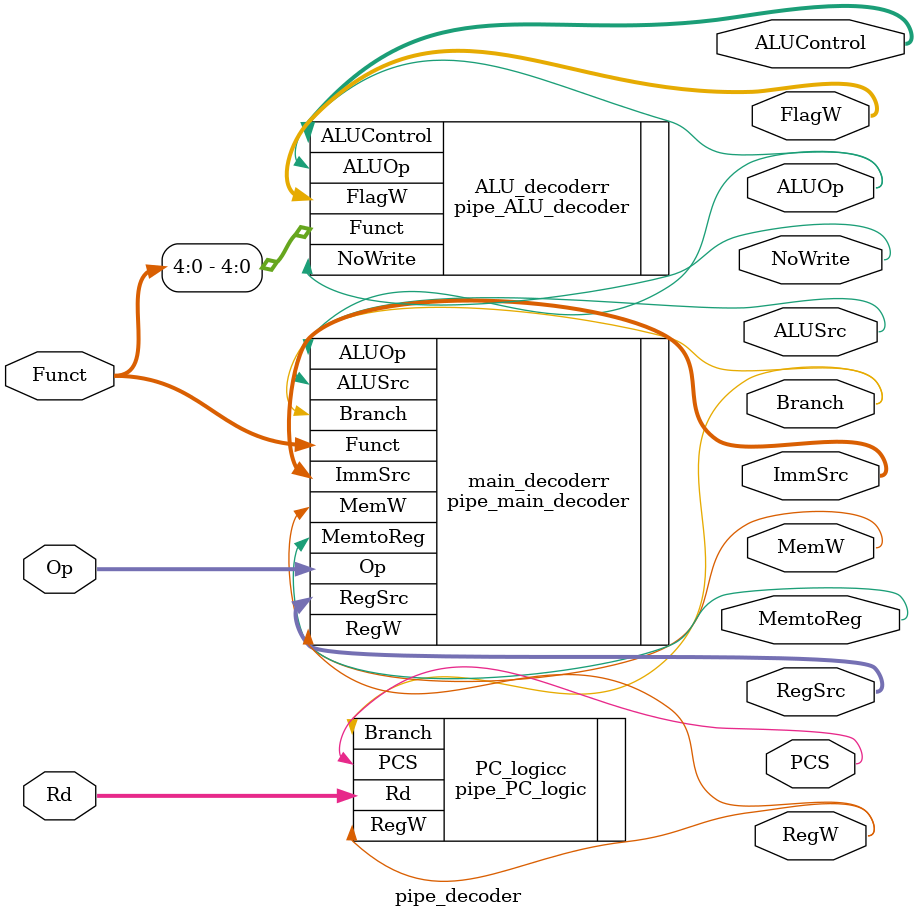
<source format=sv>
module pipe_decoder(
input logic [1:0] Op, 
input logic [5:0] Funct,
input logic [3:0] Rd,
output logic PCS, RegW,  MemW,  MemtoReg, ALUSrc, Branch, ALUOp, NoWrite,
output logic [1:0] FlagW, ImmSrc, RegSrc,
output logic [2:0] ALUControl);
pipe_main_decoder main_decoderr(.Op(Op), .Funct(Funct), .RegSrc(RegSrc), .ImmSrc(ImmSrc), .ALUSrc(ALUSrc),
 			   .MemtoReg(MemtoReg), .RegW(RegW), .MemW(MemW), .Branch(Branch),  .ALUOp(ALUOp));
pipe_ALU_decoder ALU_decoderr(.ALUOp(ALUOp), .Funct(Funct[4:0]), .FlagW(FlagW),  .ALUControl(ALUControl), .NoWrite(NoWrite));
pipe_PC_logic PC_logicc(.Rd(Rd), .Branch(Branch), .RegW(RegW), .PCS(PCS));
endmodule

</source>
